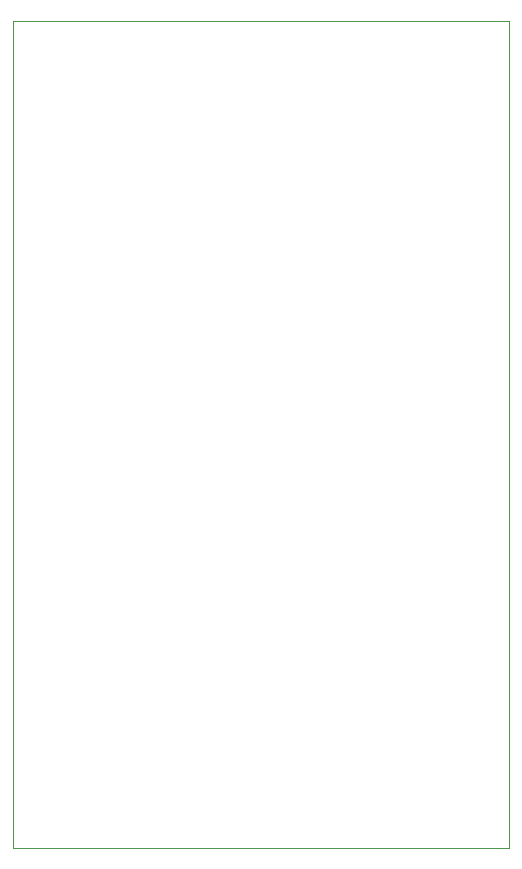
<source format=gm1>
G04 #@! TF.GenerationSoftware,KiCad,Pcbnew,9.0.7*
G04 #@! TF.CreationDate,2026-02-19T12:47:42+01:00*
G04 #@! TF.ProjectId,FishIoT,46697368-496f-4542-9e6b-696361645f70,version 26.0*
G04 #@! TF.SameCoordinates,Original*
G04 #@! TF.FileFunction,Profile,NP*
%FSLAX46Y46*%
G04 Gerber Fmt 4.6, Leading zero omitted, Abs format (unit mm)*
G04 Created by KiCad (PCBNEW 9.0.7) date 2026-02-19 12:47:42*
%MOMM*%
%LPD*%
G01*
G04 APERTURE LIST*
G04 #@! TA.AperFunction,Profile*
%ADD10C,0.100000*%
G04 #@! TD*
G04 APERTURE END LIST*
D10*
X134500000Y-99000000D02*
X92500000Y-99000000D01*
X92500000Y-29000000D01*
X134500000Y-29000000D01*
X134500000Y-99000000D01*
M02*

</source>
